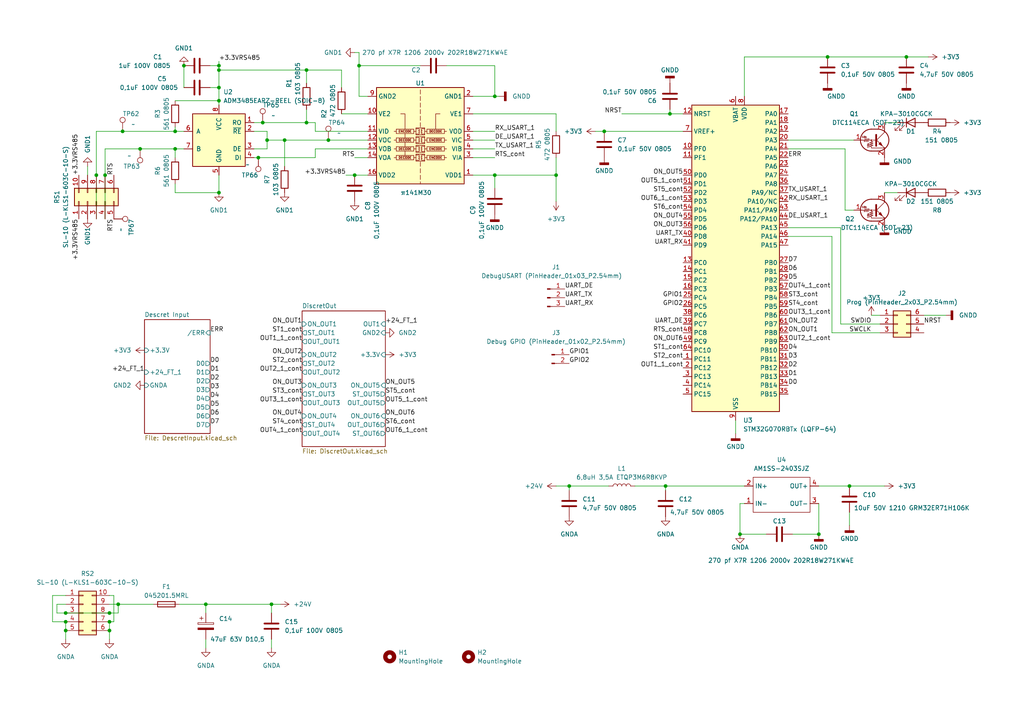
<source format=kicad_sch>
(kicad_sch (version 20230121) (generator eeschema)
  (paper "A4")
  (lib_symbols
    (symbol "Connector:Conn_01x02_Pin" (pin_names (offset 1.016) hide)
      (property "Reference" "J" (at 0 2.54 0))
      (property "Value" "Conn_01x02_Pin" (at 0 -5.08 0))
      (symbol "Conn_01x02_Pin_1_1"
        (pin passive line (at 5.08 0 180) (length 3.81) (name "Pin_1") (number "1"))
        (pin passive line (at 5.08 -2.54 180) (length 3.81) (name "Pin_2") (number "2"))
      )
    )
    (symbol "Connector:Conn_01x03_Pin" (pin_names (offset 1.016) hide)
      (property "Reference" "J" (at 0 5.08 0))
      (property "Value" "Conn_01x03_Pin" (at 0 -5.08 0))
      (symbol "Conn_01x03_Pin_1_1"
        (pin passive line (at 5.08 2.54 180) (length 3.81) (name "Pin_1") (number "1"))
        (pin passive line (at 5.08 0 180) (length 3.81) (name "Pin_2") (number "2"))
        (pin passive line (at 5.08 -2.54 180) (length 3.81) (name "Pin_3") (number "3"))
      )
    )
    (symbol "Connector:TestPoint" (pin_numbers hide) (pin_names (offset 0.762) hide)
      (property "Reference" "TP" (at 0 6.858 0))
      (property "Value" "TestPoint" (at 0 5.08 0))
      (symbol "TestPoint_1_1"
        (pin passive line (at 0 0 90) (length 2.54) (name "1") (number "1"))
      )
    )
    (symbol "Connector_Generic:Conn_02x03_Counter_Clockwise" (pin_names (offset 1.016) hide)
      (property "Reference" "J" (at 1.27 5.08 0))
      (property "Value" "Conn_02x03_Counter_Clockwise" (at 1.27 -5.08 0))
      (symbol "Conn_02x03_Counter_Clockwise_1_1"
        (pin passive line (at -5.08 2.54 0) (length 3.81) (name "Pin_1") (number "1"))
        (pin passive line (at -5.08 0 0) (length 3.81) (name "Pin_2") (number "2"))
        (pin passive line (at -5.08 -2.54 0) (length 3.81) (name "Pin_3") (number "3"))
        (pin passive line (at 7.62 -2.54 180) (length 3.81) (name "Pin_4") (number "4"))
        (pin passive line (at 7.62 0 180) (length 3.81) (name "Pin_5") (number "5"))
        (pin passive line (at 7.62 2.54 180) (length 3.81) (name "Pin_6") (number "6"))
      )
    )
    (symbol "Connector_Generic:Conn_02x05_Counter_Clockwise" (pin_names (offset 1.016) hide)
      (property "Reference" "J" (at 1.27 7.62 0))
      (property "Value" "Conn_02x05_Counter_Clockwise" (at 1.27 -7.62 0))
      (symbol "Conn_02x05_Counter_Clockwise_1_1"
        (pin passive line (at -5.08 5.08 0) (length 3.81) (name "Pin_1") (number "1"))
        (pin passive line (at 7.62 5.08 180) (length 3.81) (name "Pin_10") (number "10"))
        (pin passive line (at -5.08 2.54 0) (length 3.81) (name "Pin_2") (number "2"))
        (pin passive line (at -5.08 0 0) (length 3.81) (name "Pin_3") (number "3"))
        (pin passive line (at -5.08 -2.54 0) (length 3.81) (name "Pin_4") (number "4"))
        (pin passive line (at -5.08 -5.08 0) (length 3.81) (name "Pin_5") (number "5"))
        (pin passive line (at 7.62 -5.08 180) (length 3.81) (name "Pin_6") (number "6"))
        (pin passive line (at 7.62 -2.54 180) (length 3.81) (name "Pin_7") (number "7"))
        (pin passive line (at 7.62 0 180) (length 3.81) (name "Pin_8") (number "8"))
        (pin passive line (at 7.62 2.54 180) (length 3.81) (name "Pin_9") (number "9"))
      )
    )
    (symbol "Converter_DCDC:AM1SS-"
      (property "Reference" "U" (at -1.27 2.54 0))
      (property "Value" "AM1SS-" (at 0 0 0))
      (symbol "AM1SS-_1_1"
        (pin input line (at -8.89 -5.08 0) (length 2.56) (name "IN-") (number "1"))
        (pin input line (at -8.89 -10.16 0) (length 2.56) (name "IN+") (number "2"))
        (pin output line (at 12.7 -5.08 180) (length 2.56) (name "OUT-") (number "3"))
        (pin output line (at 12.7 -10.16 180) (length 2.56) (name "OUT+") (number "4"))
      )
    )
    (symbol "Device:C" (pin_numbers hide) (pin_names (offset 0.254))
      (property "Reference" "C" (at 0.635 2.54 0))
      (property "Value" "C" (at 0.635 -2.54 0))
      (symbol "C_1_1"
        (pin passive line (at 0 3.81 270) (length 2.794) (name "~") (number "1"))
        (pin passive line (at 0 -3.81 90) (length 2.794) (name "~") (number "2"))
      )
    )
    (symbol "Device:C_Polarized" (pin_numbers hide) (pin_names (offset 0.254))
      (property "Reference" "C" (at 0.635 2.54 0))
      (property "Value" "C_Polarized" (at 0.635 -2.54 0))
      (symbol "C_Polarized_1_1"
        (pin passive line (at 0 3.81 270) (length 2.794) (name "~") (number "1"))
        (pin passive line (at 0 -3.81 90) (length 2.794) (name "~") (number "2"))
      )
    )
    (symbol "Device:Fuse" (pin_numbers hide) (pin_names (offset 0))
      (property "Reference" "F" (at 2.032 0 90))
      (property "Value" "Fuse" (at -1.905 0 90))
      (symbol "Fuse_1_1"
        (pin passive line (at 0 3.81 270) (length 1.27) (name "~") (number "1"))
        (pin passive line (at 0 -3.81 90) (length 1.27) (name "~") (number "2"))
      )
    )
    (symbol "Device:L" (pin_numbers hide) (pin_names (offset 1.016) hide)
      (property "Reference" "L" (at -1.27 0 90))
      (property "Value" "L" (at 1.905 0 90))
      (symbol "L_1_1"
        (pin passive line (at 0 3.81 270) (length 1.27) (name "1") (number "1"))
        (pin passive line (at 0 -3.81 90) (length 1.27) (name "2") (number "2"))
      )
    )
    (symbol "Device:LED" (pin_numbers hide) (pin_names (offset 1.016) hide)
      (property "Reference" "D" (at 0 2.54 0))
      (property "Value" "LED" (at 0 -2.54 0))
      (symbol "LED_1_1"
        (pin passive line (at -3.81 0 0) (length 2.54) (name "K") (number "1"))
        (pin passive line (at 3.81 0 180) (length 2.54) (name "A") (number "2"))
      )
    )
    (symbol "Device:R" (pin_numbers hide) (pin_names (offset 0))
      (property "Reference" "R" (at 2.032 0 90))
      (property "Value" "R" (at 0 0 90))
      (symbol "R_1_1"
        (pin passive line (at 0 3.81 270) (length 1.27) (name "~") (number "1"))
        (pin passive line (at 0 -3.81 90) (length 1.27) (name "~") (number "2"))
      )
    )
    (symbol "Interface_UART:SP3485CN" (pin_names (offset 1.016))
      (property "Reference" "U" (at -7.62 8.89 0))
      (property "Value" "SP3485CN" (at 2.54 8.89 0))
      (symbol "SP3485CN_1_1"
        (pin output line (at -10.16 5.08 0) (length 2.54) (name "RO") (number "1"))
        (pin input line (at -10.16 2.54 0) (length 2.54) (name "~{RE}") (number "2"))
        (pin input line (at -10.16 -2.54 0) (length 2.54) (name "DE") (number "3"))
        (pin input line (at -10.16 -5.08 0) (length 2.54) (name "DI") (number "4"))
        (pin power_in line (at 0 -10.16 90) (length 2.54) (name "GND") (number "5"))
        (pin bidirectional line (at 10.16 2.54 180) (length 2.54) (name "A") (number "6"))
        (pin bidirectional line (at 10.16 -2.54 180) (length 2.54) (name "B") (number "7"))
        (pin power_in line (at 0 10.16 270) (length 2.54) (name "VCC") (number "8"))
      )
    )
    (symbol "Isolator:π141M3x"
      (property "Reference" "U" (at 0 19.05 0))
      (property "Value" "π141M3x" (at 0 16.51 0))
      (symbol "π141M3x_0_0"
        (text "DECODE" (at -4.445 0 0) (effects (font (size 0.635 0.635))))
        (text "DECODE" (at 4.445 2.54 0) (effects (font (size 0.635 0.635))))
        (text "DECODE" (at 4.445 5.08 0) (effects (font (size 0.635 0.635))))
        (text "DECODE" (at 4.445 7.62 0) (effects (font (size 0.635 0.635))))
        (text "ENCODE" (at -4.445 2.54 0) (effects (font (size 0.635 0.635))))
        (text "ENCODE" (at -4.445 5.08 0) (effects (font (size 0.635 0.635))))
        (text "ENCODE" (at -4.445 7.62 0) (effects (font (size 0.635 0.635))))
        (text "ENCODE" (at 4.445 0 0) (effects (font (size 0.635 0.635))))
      )
      (symbol "π141M3x_1_1"
        (pin power_in line (at -15.24 12.7 0) (length 2.54) (name "VDD1") (number "1"))
        (pin input line (at 15.24 -5.08 180) (length 2.54) (name "VE2") (number "10"))
        (pin input line (at 15.24 0 180) (length 2.54) (name "VID") (number "11"))
        (pin output line (at 15.24 2.54 180) (length 2.54) (name "VOC") (number "12"))
        (pin output line (at 15.24 5.08 180) (length 2.54) (name "VOB") (number "13"))
        (pin output line (at 15.24 7.62 180) (length 2.54) (name "VOA") (number "14"))
        (pin passive line (at 15.24 -10.16 180) (length 2.54) hide (name "GND2") (number "15"))
        (pin power_in line (at 15.24 12.7 180) (length 2.54) (name "VDD2") (number "16"))
        (pin power_in line (at -15.24 -10.16 0) (length 2.54) (name "GND1") (number "2"))
        (pin input line (at -15.24 7.62 0) (length 2.54) (name "VIA") (number "3"))
        (pin input line (at -15.24 5.08 0) (length 2.54) (name "VIB") (number "4"))
        (pin input line (at -15.24 2.54 0) (length 2.54) (name "VIC") (number "5"))
        (pin output line (at -15.24 0 0) (length 2.54) (name "VOD") (number "6"))
        (pin input line (at -15.24 -5.08 0) (length 2.54) (name "VE1") (number "7"))
        (pin passive line (at -15.24 -10.16 0) (length 2.54) hide (name "GND1") (number "8"))
        (pin power_in line (at 15.24 -10.16 180) (length 2.54) (name "GND2") (number "9"))
      )
    )
    (symbol "MCU_ST_STM32G0:STM32G070RBTx"
      (property "Reference" "U" (at -12.7 46.99 0))
      (property "Value" "STM32G070RBTx" (at 5.08 46.99 0))
      (symbol "STM32G070RBTx_1_1"
        (pin bidirectional line (at -15.24 -27.94 0) (length 2.54) (name "PC11") (number "1"))
        (pin bidirectional line (at -15.24 33.02 0) (length 2.54) (name "PF0") (number "10"))
        (pin bidirectional line (at -15.24 30.48 0) (length 2.54) (name "PF1") (number "11"))
        (pin input line (at -15.24 43.18 0) (length 2.54) (name "NRST") (number "12"))
        (pin bidirectional line (at -15.24 0 0) (length 2.54) (name "PC0") (number "13"))
        (pin bidirectional line (at -15.24 -2.54 0) (length 2.54) (name "PC1") (number "14"))
        (pin bidirectional line (at -15.24 -5.08 0) (length 2.54) (name "PC2") (number "15"))
        (pin bidirectional line (at -15.24 -7.62 0) (length 2.54) (name "PC3") (number "16"))
        (pin bidirectional line (at 15.24 43.18 180) (length 2.54) (name "PA0") (number "17"))
        (pin bidirectional line (at 15.24 40.64 180) (length 2.54) (name "PA1") (number "18"))
        (pin bidirectional line (at 15.24 38.1 180) (length 2.54) (name "PA2") (number "19"))
        (pin bidirectional line (at -15.24 -30.48 0) (length 2.54) (name "PC12") (number "2"))
        (pin bidirectional line (at 15.24 35.56 180) (length 2.54) (name "PA3") (number "20"))
        (pin bidirectional line (at 15.24 33.02 180) (length 2.54) (name "PA4") (number "21"))
        (pin bidirectional line (at 15.24 30.48 180) (length 2.54) (name "PA5") (number "22"))
        (pin bidirectional line (at 15.24 27.94 180) (length 2.54) (name "PA6") (number "23"))
        (pin bidirectional line (at 15.24 25.4 180) (length 2.54) (name "PA7") (number "24"))
        (pin bidirectional line (at -15.24 -10.16 0) (length 2.54) (name "PC4") (number "25"))
        (pin bidirectional line (at -15.24 -12.7 0) (length 2.54) (name "PC5") (number "26"))
        (pin bidirectional line (at 15.24 0 180) (length 2.54) (name "PB0") (number "27"))
        (pin bidirectional line (at 15.24 -2.54 180) (length 2.54) (name "PB1") (number "28"))
        (pin bidirectional line (at 15.24 -5.08 180) (length 2.54) (name "PB2") (number "29"))
        (pin bidirectional line (at -15.24 -33.02 0) (length 2.54) (name "PC13") (number "3"))
        (pin bidirectional line (at 15.24 -25.4 180) (length 2.54) (name "PB10") (number "30"))
        (pin bidirectional line (at 15.24 -27.94 180) (length 2.54) (name "PB11") (number "31"))
        (pin bidirectional line (at 15.24 -30.48 180) (length 2.54) (name "PB12") (number "32"))
        (pin bidirectional line (at 15.24 -33.02 180) (length 2.54) (name "PB13") (number "33"))
        (pin bidirectional line (at 15.24 -35.56 180) (length 2.54) (name "PB14") (number "34"))
        (pin bidirectional line (at 15.24 -38.1 180) (length 2.54) (name "PB15") (number "35"))
        (pin bidirectional line (at 15.24 22.86 180) (length 2.54) (name "PA8") (number "36"))
        (pin bidirectional line (at 15.24 20.32 180) (length 2.54) (name "PA9/NC") (number "37"))
        (pin bidirectional line (at -15.24 -15.24 0) (length 2.54) (name "PC6") (number "38"))
        (pin bidirectional line (at -15.24 -17.78 0) (length 2.54) (name "PC7") (number "39"))
        (pin bidirectional line (at -15.24 -35.56 0) (length 2.54) (name "PC14") (number "4"))
        (pin bidirectional line (at -15.24 7.62 0) (length 2.54) (name "PD8") (number "40"))
        (pin bidirectional line (at -15.24 5.08 0) (length 2.54) (name "PD9") (number "41"))
        (pin bidirectional line (at 15.24 17.78 180) (length 2.54) (name "PA10/NC") (number "42"))
        (pin bidirectional line (at 15.24 15.24 180) (length 2.54) (name "PA11/PA9") (number "43"))
        (pin bidirectional line (at 15.24 12.7 180) (length 2.54) (name "PA12/PA10") (number "44"))
        (pin bidirectional line (at 15.24 10.16 180) (length 2.54) (name "PA13") (number "45"))
        (pin bidirectional line (at 15.24 7.62 180) (length 2.54) (name "PA14") (number "46"))
        (pin bidirectional line (at 15.24 5.08 180) (length 2.54) (name "PA15") (number "47"))
        (pin bidirectional line (at -15.24 -20.32 0) (length 2.54) (name "PC8") (number "48"))
        (pin bidirectional line (at -15.24 -22.86 0) (length 2.54) (name "PC9") (number "49"))
        (pin bidirectional line (at -15.24 -38.1 0) (length 2.54) (name "PC15") (number "5"))
        (pin bidirectional line (at -15.24 25.4 0) (length 2.54) (name "PD0") (number "50"))
        (pin bidirectional line (at -15.24 22.86 0) (length 2.54) (name "PD1") (number "51"))
        (pin bidirectional line (at -15.24 20.32 0) (length 2.54) (name "PD2") (number "52"))
        (pin bidirectional line (at -15.24 17.78 0) (length 2.54) (name "PD3") (number "53"))
        (pin bidirectional line (at -15.24 15.24 0) (length 2.54) (name "PD4") (number "54"))
        (pin bidirectional line (at -15.24 12.7 0) (length 2.54) (name "PD5") (number "55"))
        (pin bidirectional line (at -15.24 10.16 0) (length 2.54) (name "PD6") (number "56"))
        (pin bidirectional line (at 15.24 -7.62 180) (length 2.54) (name "PB3") (number "57"))
        (pin bidirectional line (at 15.24 -10.16 180) (length 2.54) (name "PB4") (number "58"))
        (pin bidirectional line (at 15.24 -12.7 180) (length 2.54) (name "PB5") (number "59"))
        (pin power_in line (at 0 48.26 270) (length 2.54) (name "VBAT") (number "6"))
        (pin bidirectional line (at 15.24 -15.24 180) (length 2.54) (name "PB6") (number "60"))
        (pin bidirectional line (at 15.24 -17.78 180) (length 2.54) (name "PB7") (number "61"))
        (pin bidirectional line (at 15.24 -20.32 180) (length 2.54) (name "PB8") (number "62"))
        (pin bidirectional line (at 15.24 -22.86 180) (length 2.54) (name "PB9") (number "63"))
        (pin bidirectional line (at -15.24 -25.4 0) (length 2.54) (name "PC10") (number "64"))
        (pin input line (at -15.24 38.1 0) (length 2.54) (name "VREF+") (number "7"))
        (pin power_in line (at 2.54 48.26 270) (length 2.54) (name "VDD") (number "8"))
        (pin power_in line (at 0 -45.72 90) (length 2.54) (name "VSS") (number "9"))
      )
    )
    (symbol "Mechanical:MountingHole" (pin_names (offset 1.016))
      (property "Reference" "H" (at 0 5.08 0))
      (property "Value" "MountingHole" (at 0 3.175 0))
    )
    (symbol "PCM_4ms_Power-symbol:GNDA" (power) (pin_numbers hide) (pin_names (offset 0) hide)
      (property "Value" "GNDA" (at 0 -3.81 0))
      (symbol "GNDA_1_1"
        (pin power_in line (at 0 0 270) (length 0) hide (name "GNDA") (number "1"))
      )
    )
    (symbol "Transistor_BJT:DTC114E" (pin_names (offset 0) hide)
      (property "Reference" "Q" (at 5.08 1.905 0))
      (property "Value" "DTC114E" (at 5.08 0 0))
      (symbol "DTC114E_0_0"
        (text "10k" (at -3.302 0.889 0) (effects (font (size 0.508 0.508))))
        (text "10k" (at -2.159 -1.524 900) (effects (font (size 0.508 0.508))))
      )
      (symbol "DTC114E_1_1"
        (pin input line (at -6.35 0 0) (length 2.54) (name "B") (number "1"))
        (pin passive line (at 2.54 -5.08 90) (length 2.54) (name "E") (number "2"))
        (pin passive line (at 2.54 5.08 270) (length 2.54) (name "C") (number "3"))
      )
    )
    (symbol "power:+24V" (power) (pin_numbers hide) (pin_names (offset 0) hide)
      (property "Value" "+24V" (at 0 3.556 0))
      (symbol "+24V_1_1"
        (pin power_in line (at 0 0 90) (length 0) hide (name "+24V") (number "1"))
      )
    )
    (symbol "power:+3V3" (power) (pin_numbers hide) (pin_names (offset 0) hide)
      (property "Value" "+3V3" (at 0 3.556 0))
      (symbol "+3V3_1_1"
        (pin power_in line (at 0 0 90) (length 0) hide (name "+3V3") (number "1"))
      )
    )
    (symbol "power:GND1" (power) (pin_numbers hide) (pin_names (offset 0) hide)
      (property "Value" "GND1" (at 0 -3.81 0))
      (symbol "GND1_1_1"
        (pin power_in line (at 0 0 270) (length 0) hide (name "GND1") (number "1"))
      )
    )
    (symbol "power:GND2" (power) (pin_numbers hide) (pin_names (offset 0) hide)
      (property "Value" "GND2" (at 0 -3.81 0))
      (symbol "GND2_1_1"
        (pin power_in line (at 0 0 270) (length 0) hide (name "GND2") (number "1"))
      )
    )
    (symbol "power:GNDD" (power) (pin_numbers hide) (pin_names (offset 0) hide)
      (property "Value" "GNDD" (at 0 -3.175 0))
      (symbol "GNDD_1_1"
        (pin power_in line (at 0 0 270) (length 0) hide (name "GNDD") (number "1"))
      )
    )
  )
  (junction (at 19.05 182.88))
  (junction (at 240.03 16.51))
  (junction (at 27.94 50.8))
  (junction (at 262.89 16.51))
  (junction (at 31.75 177.8))
  (junction (at 193.04 140.97))
  (junction (at 19.05 177.8))
  (junction (at 63.5 19.05))
  (junction (at 88.9 20.32))
  (junction (at 237.49 154.94))
  (junction (at 175.26 38.1))
  (junction (at 78.74 175.26))
  (junction (at 161.29 50.8))
  (junction (at 143.51 27.94))
  (junction (at 102.87 50.8))
  (junction (at 165.1 140.97))
  (junction (at 63.5 25.4))
  (junction (at 50.8 38.1))
  (junction (at 31.75 180.34))
  (junction (at 88.9 35.56))
  (junction (at 143.51 50.8))
  (junction (at 59.69 175.26))
  (junction (at 214.63 154.94))
  (junction (at 63.5 20.32))
  (junction (at 63.5 55.88))
  (junction (at 19.05 180.34))
  (junction (at 95.25 40.64))
  (junction (at 76.2 35.56))
  (junction (at 31.75 182.88))
  (junction (at 30.48 50.8))
  (junction (at 82.55 40.64))
  (junction (at 74.93 45.72))
  (junction (at 35.56 38.1))
  (junction (at 34.29 175.26))
  (junction (at 63.5 29.21))
  (junction (at 40.64 43.18))
  (junction (at 53.34 19.05))
  (junction (at 50.8 43.18))
  (junction (at 104.14 19.05))
  (junction (at 246.38 140.97))
  (junction (at 194.31 33.02))
  (junction (at 77.47 40.64))
  (wire (pts (xy 237.49 146.05) (xy 237.49 154.94)))
  (wire (pts (xy 213.36 121.92) (xy 213.36 125.73)))
  (wire (pts (xy 31.75 180.34) (xy 31.75 182.88)))
  (wire (pts (xy 73.66 45.72) (xy 74.93 45.72)))
  (wire (pts (xy 60.96 19.05) (xy 63.5 19.05)))
  (wire (pts (xy 161.29 140.97) (xy 165.1 140.97)))
  (wire (pts (xy 137.16 50.8) (xy 143.51 50.8)))
  (wire (pts (xy 52.07 175.26) (xy 59.69 175.26)))
  (wire (pts (xy 214.63 146.05) (xy 214.63 154.94)))
  (wire (pts (xy 27.94 38.1) (xy 35.56 38.1)))
  (wire (pts (xy 99.06 25.4) (xy 99.06 20.32)))
  (wire (pts (xy 184.15 140.97) (xy 193.04 140.97)))
  (wire (pts (xy 241.3 68.58) (xy 228.6 68.58)))
  (wire (pts (xy 241.3 96.52) (xy 255.27 96.52)))
  (wire (pts (xy 60.96 25.4) (xy 63.5 25.4)))
  (wire (pts (xy 34.29 175.26) (xy 44.45 175.26)))
  (wire (pts (xy 19.05 182.88) (xy 19.05 185.42)))
  (wire (pts (xy 53.34 19.05) (xy 53.34 25.4)))
  (wire (pts (xy 19.05 180.34) (xy 19.05 182.88)))
  (wire (pts (xy 180.34 33.02) (xy 194.31 33.02)))
  (wire (pts (xy 63.5 50.8) (xy 63.5 55.88)))
  (wire (pts (xy 91.44 45.72) (xy 91.44 43.18)))
  (wire (pts (xy 50.8 38.1) (xy 53.34 38.1)))
  (wire (pts (xy 59.69 175.26) (xy 59.69 177.8)))
  (wire (pts (xy 27.94 38.1) (xy 27.94 50.8)))
  (wire (pts (xy 198.12 33.02) (xy 194.31 33.02)))
  (wire (pts (xy 50.8 45.72) (xy 50.8 43.18)))
  (wire (pts (xy 88.9 31.75) (xy 88.9 35.56)))
  (wire (pts (xy 104.14 19.05) (xy 121.92 19.05)))
  (wire (pts (xy 16.51 175.26) (xy 16.51 177.8)))
  (wire (pts (xy 35.56 38.1) (xy 50.8 38.1)))
  (wire (pts (xy 229.87 154.94) (xy 237.49 154.94)))
  (wire (pts (xy 50.8 36.83) (xy 50.8 38.1)))
  (wire (pts (xy 215.9 146.05) (xy 214.63 146.05)))
  (wire (pts (xy 228.6 40.64) (xy 247.65 40.64)))
  (wire (pts (xy 165.1 142.24) (xy 165.1 140.97)))
  (wire (pts (xy 246.38 140.97) (xy 256.54 140.97)))
  (wire (pts (xy 77.47 40.64) (xy 77.47 43.18)))
  (wire (pts (xy 63.5 17.78) (xy 63.5 19.05)))
  (wire (pts (xy 50.8 55.88) (xy 63.5 55.88)))
  (wire (pts (xy 40.64 43.18) (xy 50.8 43.18)))
  (wire (pts (xy 77.47 38.1) (xy 77.47 40.64)))
  (wire (pts (xy 88.9 20.32) (xy 99.06 20.32)))
  (wire (pts (xy 240.03 16.51) (xy 262.89 16.51)))
  (wire (pts (xy 194.31 33.02) (xy 194.31 31.75)))
  (wire (pts (xy 129.54 19.05) (xy 143.51 19.05)))
  (wire (pts (xy 50.8 43.18) (xy 53.34 43.18)))
  (wire (pts (xy 27.94 63.5) (xy 27.94 50.8)))
  (wire (pts (xy 241.3 96.52) (xy 241.3 68.58)))
  (wire (pts (xy 262.89 16.51) (xy 269.24 16.51)))
  (wire (pts (xy 172.72 38.1) (xy 175.26 38.1)))
  (wire (pts (xy 34.29 177.8) (xy 34.29 175.26)))
  (wire (pts (xy 256.54 55.88) (xy 260.35 55.88)))
  (wire (pts (xy 237.49 140.97) (xy 246.38 140.97)))
  (wire (pts (xy 243.84 66.04) (xy 228.6 66.04)))
  (wire (pts (xy 245.11 43.18) (xy 245.11 60.96)))
  (wire (pts (xy 267.97 91.44) (xy 274.32 91.44)))
  (wire (pts (xy 19.05 175.26) (xy 16.51 175.26)))
  (wire (pts (xy 73.66 38.1) (xy 77.47 38.1)))
  (wire (pts (xy 246.38 148.59) (xy 246.38 152.4)))
  (wire (pts (xy 31.75 182.88) (xy 31.75 185.42)))
  (wire (pts (xy 59.69 185.42) (xy 59.69 187.96)))
  (wire (pts (xy 193.04 142.24) (xy 193.04 140.97)))
  (wire (pts (xy 245.11 60.96) (xy 247.65 60.96)))
  (wire (pts (xy 19.05 172.72) (xy 15.24 172.72)))
  (wire (pts (xy 143.51 50.8) (xy 143.51 54.61)))
  (wire (pts (xy 143.51 27.94) (xy 144.78 27.94)))
  (wire (pts (xy 137.16 43.18) (xy 143.51 43.18)))
  (wire (pts (xy 77.47 40.64) (xy 82.55 40.64)))
  (wire (pts (xy 161.29 33.02) (xy 161.29 38.1)))
  (wire (pts (xy 161.29 45.72) (xy 161.29 50.8)))
  (wire (pts (xy 16.51 177.8) (xy 19.05 177.8)))
  (wire (pts (xy 31.75 177.8) (xy 34.29 177.8)))
  (wire (pts (xy 30.48 43.18) (xy 30.48 50.8)))
  (wire (pts (xy 99.06 33.02) (xy 106.68 33.02)))
  (wire (pts (xy 193.04 140.97) (xy 215.9 140.97)))
  (wire (pts (xy 50.8 29.21) (xy 63.5 29.21)))
  (wire (pts (xy 15.24 180.34) (xy 19.05 180.34)))
  (wire (pts (xy 77.47 43.18) (xy 73.66 43.18)))
  (wire (pts (xy 78.74 187.96) (xy 78.74 185.42)))
  (wire (pts (xy 252.73 91.44) (xy 255.27 91.44)))
  (wire (pts (xy 81.28 175.26) (xy 78.74 175.26)))
  (wire (pts (xy 102.87 15.24) (xy 104.14 15.24)))
  (wire (pts (xy 63.5 20.32) (xy 88.9 20.32)))
  (wire (pts (xy 63.5 20.32) (xy 63.5 25.4)))
  (wire (pts (xy 137.16 40.64) (xy 143.51 40.64)))
  (wire (pts (xy 76.2 35.56) (xy 73.66 35.56)))
  (wire (pts (xy 91.44 35.56) (xy 91.44 38.1)))
  (wire (pts (xy 102.87 50.8) (xy 106.68 50.8)))
  (wire (pts (xy 50.8 53.34) (xy 50.8 55.88)))
  (wire (pts (xy 137.16 38.1) (xy 143.51 38.1)))
  (wire (pts (xy 78.74 175.26) (xy 78.74 177.8)))
  (wire (pts (xy 74.93 45.72) (xy 91.44 45.72)))
  (wire (pts (xy 260.35 35.56) (xy 256.54 35.56)))
  (wire (pts (xy 243.84 93.98) (xy 255.27 93.98)))
  (wire (pts (xy 63.5 19.05) (xy 63.5 20.32)))
  (wire (pts (xy 88.9 35.56) (xy 76.2 35.56)))
  (wire (pts (xy 243.84 93.98) (xy 243.84 66.04)))
  (wire (pts (xy 137.16 33.02) (xy 161.29 33.02)))
  (wire (pts (xy 100.33 50.8) (xy 102.87 50.8)))
  (wire (pts (xy 215.9 16.51) (xy 215.9 27.94)))
  (wire (pts (xy 25.4 48.26) (xy 25.4 50.8)))
  (wire (pts (xy 59.69 175.26) (xy 78.74 175.26)))
  (wire (pts (xy 82.55 40.64) (xy 82.55 48.26)))
  (wire (pts (xy 63.5 29.21) (xy 63.5 30.48)))
  (wire (pts (xy 104.14 15.24) (xy 104.14 19.05)))
  (wire (pts (xy 137.16 27.94) (xy 143.51 27.94)))
  (wire (pts (xy 15.24 172.72) (xy 15.24 180.34)))
  (wire (pts (xy 102.87 45.72) (xy 106.68 45.72)))
  (wire (pts (xy 161.29 50.8) (xy 161.29 58.42)))
  (wire (pts (xy 104.14 27.94) (xy 106.68 27.94)))
  (wire (pts (xy 63.5 25.4) (xy 63.5 29.21)))
  (wire (pts (xy 31.75 172.72) (xy 33.02 172.72)))
  (wire (pts (xy 33.02 172.72) (xy 33.02 180.34)))
  (wire (pts (xy 214.63 154.94) (xy 222.25 154.94)))
  (wire (pts (xy 19.05 177.8) (xy 31.75 177.8)))
  (wire (pts (xy 228.6 43.18) (xy 245.11 43.18)))
  (wire (pts (xy 88.9 20.32) (xy 88.9 24.13)))
  (wire (pts (xy 143.51 50.8) (xy 161.29 50.8)))
  (wire (pts (xy 30.48 63.5) (xy 30.48 50.8)))
  (wire (pts (xy 30.48 43.18) (xy 40.64 43.18)))
  (wire (pts (xy 95.25 40.64) (xy 106.68 40.64)))
  (wire (pts (xy 91.44 35.56) (xy 88.9 35.56)))
  (wire (pts (xy 175.26 38.1) (xy 198.12 38.1)))
  (wire (pts (xy 137.16 45.72) (xy 143.51 45.72)))
  (wire (pts (xy 31.75 175.26) (xy 34.29 175.26)))
  (wire (pts (xy 91.44 38.1) (xy 106.68 38.1)))
  (wire (pts (xy 104.14 19.05) (xy 104.14 27.94)))
  (wire (pts (xy 33.02 180.34) (xy 31.75 180.34)))
  (wire (pts (xy 165.1 140.97) (xy 176.53 140.97)))
  (wire (pts (xy 143.51 19.05) (xy 143.51 27.94)))
  (wire (pts (xy 91.44 43.18) (xy 106.68 43.18)))
  (wire (pts (xy 215.9 16.51) (xy 240.03 16.51)))
  (wire (pts (xy 82.55 40.64) (xy 95.25 40.64)))
  (label "+3.3VRS485" (at 22.86 50.8 90))
  (label "D0" (at 60.96 105.41 0))
  (label "OUT2_1_cont" (at 228.6 99.06 0))
  (label "ST6_cont" (at 198.12 60.96 180))
  (label "NRST" (at 180.34 33.02 180))
  (label "D1" (at 228.6 109.22 0))
  (label "RTS_cont" (at 143.51 45.72 0))
  (label "RX_USART_1" (at 143.51 38.1 0))
  (label "ON_OUT6" (at 198.12 99.06 180))
  (label "D4" (at 228.6 101.6 0))
  (label "D4" (at 60.96 115.57 0))
  (label "ST2_cont" (at 87.63 105.41 180))
  (label "ON_OUT2" (at 87.63 102.87 180))
  (label "UART_TX" (at 198.12 68.58 180))
  (label "ON_OUT1" (at 228.6 96.52 0))
  (label "ON_OUT6" (at 111.76 120.65 0))
  (label "ON_OUT5" (at 111.76 111.76 0))
  (label "GPIO1" (at 198.12 86.36 180))
  (label "D3" (at 228.6 104.14 0))
  (label "ST4_cont" (at 228.6 88.9 0))
  (label "ST2_cont" (at 198.12 104.14 180))
  (label "OUT3_1_cont" (at 228.6 91.44 0))
  (label "GPIO2" (at 165.1 105.41 0))
  (label "TX_USART_1" (at 143.51 43.18 0))
  (label "ST3_cont" (at 87.63 114.3 180))
  (label "ON_OUT4" (at 198.12 63.5 180))
  (label "UART_RX" (at 198.12 71.12 180))
  (label "OUT1_1_cont" (at 198.12 106.68 180))
  (label "RTS_cont" (at 198.12 96.52 180))
  (label "DE_USART_1" (at 228.6 63.5 0))
  (label "RTS" (at 33.02 63.5 270))
  (label "RTS" (at 33.02 50.8 90))
  (label "D5" (at 228.6 81.28 0))
  (label "NRST" (at 267.97 93.98 0))
  (label "OUT6_1_cont" (at 111.76 125.73 0))
  (label "SWDIO" (at 252.73 93.98 180))
  (label "+24_FT_1" (at 41.91 107.95 180))
  (label "OUT3_1_cont" (at 87.63 116.84 180))
  (label "OUT6_1_cont" (at 198.12 58.42 180))
  (label "D2" (at 228.6 106.68 0))
  (label "UART_DE" (at 198.12 93.98 180))
  (label "ON_OUT3" (at 198.12 66.04 180))
  (label "OUT1_1_cont" (at 87.63 99.06 180))
  (label "D5" (at 60.96 118.11 0))
  (label "D1" (at 60.96 107.95 0))
  (label "+3.3VRS485" (at 100.33 50.8 180))
  (label "ERR" (at 60.96 96.52 0))
  (label "ST4_cont" (at 87.63 123.19 180))
  (label "OUT5_1_cont" (at 198.12 53.34 180))
  (label "ST5_cont" (at 111.76 114.3 0))
  (label "D6" (at 60.96 120.65 0))
  (label "ST6_cont" (at 111.76 123.19 0))
  (label "+24_FT_1" (at 111.76 93.98 0))
  (label "ST3_cont" (at 228.6 86.36 0))
  (label "ST5_cont" (at 198.12 55.88 180))
  (label "+3.3VRS485" (at 22.86 63.5 270))
  (label "ST1_cont" (at 198.12 101.6 180))
  (label "D3" (at 60.96 113.03 0))
  (label "ERR" (at 228.6 45.72 0))
  (label "ON_OUT2" (at 228.6 93.98 0))
  (label "ON_OUT4" (at 87.63 120.65 180))
  (label "GPIO2" (at 198.12 88.9 180))
  (label "ST1_cont" (at 87.63 96.52 180))
  (label "ON_OUT1" (at 87.63 93.98 180))
  (label "+3.3VRS485" (at 63.5 17.78 0))
  (label "UART_RX" (at 163.83 88.9 0))
  (label "D6" (at 228.6 78.74 0))
  (label "OUT5_1_cont" (at 111.76 116.84 0))
  (label "RTS" (at 102.87 45.72 180))
  (label "OUT4_1_cont" (at 228.6 83.82 0))
  (label "D0" (at 228.6 111.76 0))
  (label "ON_OUT3" (at 87.63 111.76 180))
  (label "D7" (at 228.6 76.2 0))
  (label "UART_TX" (at 163.83 86.36 0))
  (label "D2" (at 60.96 110.49 0))
  (label "DE_USART_1" (at 143.51 40.64 0))
  (label "SWCLK" (at 252.73 96.52 180))
  (label "TX_USART_1" (at 228.6 55.88 0))
  (label "OUT2_1_cont" (at 87.63 107.95 180))
  (label "UART_DE" (at 163.83 83.82 0))
  (label "OUT4_1_cont" (at 87.63 125.73 180))
  (label "D7" (at 60.96 123.19 0))
  (label "GPIO1" (at 165.1 102.87 0))
  (label "RX_USART_1" (at 228.6 58.42 0))
  (label "ON_OUT5" (at 198.12 50.8 180))
  (symbol (lib_id "power:GND1") (at 82.55 55.88 0) (unit 1)
    (property "Reference" "#PWR014" (effects hide))
    (property "Value" "GND1" (at 82.55 60.96 0))
  )
  (symbol (lib_id "Device:C") (at 226.06 154.94 90) (unit 1)
    (property "Reference" "C13" (at 226.06 151.13 90))
    (property "Value" " 270 pf X7R 1206 2000v 202R18W271KW4E" (at 226.06 162.56 90))
    (property "Footprint" "PCM_Capacitor_SMD_Handsoldering_AKL:C_1210_3225Metric_Pad1.42x2.65mm" (effects hide))
  )
  (symbol (lib_id "power:GNDD") (at 274.32 91.44 90) (unit 1)
    (property "Reference" "#PWR022" (effects hide))
    (property "Value" "GNDD" (at 278.13 91.44 90) (effects (justify right)))
  )
  (symbol (lib_id "Device:R") (at 50.8 33.02 180) (unit 1)
    (property "Reference" "R3" (at 45.72 33.02 90))
    (property "Value" "561 0805" (at 48.26 33.02 90))
    (property "Footprint" "PCM_4ms_Resistor:R_0805_2012Metric" (effects hide))
  )
  (symbol (lib_id "Device:C") (at 246.38 144.78 0) (unit 1)
    (property "Reference" "C10" (at 250.19 143.51 0) (effects (justify left)))
    (property "Value" "10uF 50V 1210 GRM32ER71H106K" (at 247.65 147.32 0) (effects (justify left)))
    (property "Footprint" "PCM_Capacitor_SMD_AKL:C_1210_3225Metric_Pad1.42x2.65mm_HandSolder" (effects hide))
  )
  (symbol (lib_id "Transistor_BJT:DTC114E") (at 254 60.96 0) (unit 1)
    (property "Reference" "Q2" (at 245.11 63.5 0) (effects (justify left)))
    (property "Value" "DTC114ECA (SOT-23)" (at 243.84 66.04 0) (effects (justify left)))
    (property "Footprint" "Package_TO_SOT_SMD:SOT-23" (effects hide))
  )
  (symbol (lib_id "Device:LED") (at 264.16 55.88 0) (unit 1)
    (property "Reference" "D2" (at 264.16 58.42 0))
    (property "Value" "KPA-3010CGCK" (at 264.16 53.34 0))
    (property "Footprint" "LED_SMD:LED_Kingbright_KPA-3010_3x2x1mm" (effects hide))
  )
  (symbol (lib_id "Mechanical:MountingHole") (at 113.03 190.5 0) (unit 1)
    (property "Reference" "H1" (at 115.57 189.23 0) (effects (justify left)))
    (property "Value" "MountingHole" (at 115.57 191.77 0) (effects (justify left)))
    (property "Footprint" "MountingHole:MountingHole_3.2mm_M3" (effects hide))
  )
  (symbol (lib_id "power:GND1") (at 25.4 48.26 180) (unit 1)
    (property "Reference" "#PWR011" (effects hide))
    (property "Value" "GND1" (at 25.4 44.45 90) (effects (justify right)))
  )
  (symbol (lib_id "power:+3V3") (at 256.54 140.97 270) (unit 1)
    (property "Reference" "#PWR029" (effects hide))
    (property "Value" "+3V3" (at 260.35 140.97 90) (effects (justify left)))
  )
  (symbol (lib_id "power:GNDD") (at 143.51 62.23 0) (unit 1)
    (property "Reference" "#PWR018" (effects hide))
    (property "Value" "GNDD" (at 143.51 66.04 0))
  )
  (symbol (lib_id "Connector:Conn_01x03_Pin") (at 158.75 86.36 0) (unit 1)
    (property "Reference" "J1" (at 161.29 77.47 0))
    (property "Value" "DebugUSART (PinHeader_01x03_P2.54mm)" (at 160.02 80.01 0))
    (property "Footprint" "Connector_PinHeader_2.54mm:PinHeader_1x03_P2.54mm_Vertical" (effects hide))
  )
  (symbol (lib_id "MCU_ST_STM32G0:STM32G070RBTx") (at 213.36 76.2 0) (unit 1)
    (property "Reference" "U3" (at 215.5541 121.92 0) (effects (justify left)))
    (property "Value" "STM32G070RBTx (LQFP-64)" (at 215.5541 124.46 0) (effects (justify left)))
    (property "Footprint" "Package_QFP:LQFP-64_10x10mm_P0.5mm" (effects hide))
    (property "Datasheet" "https://www.st.com/resource/en/datasheet/stm32g070rb.pdf" (effects hide))
  )
  (symbol (lib_id "power:GND1") (at 102.87 15.24 270) (unit 1)
    (property "Reference" "#PWR03" (effects hide))
    (property "Value" "GND1" (at 93.98 15.24 90) (effects (justify left)))
  )
  (symbol (lib_id "Device:R") (at 50.8 49.53 180) (unit 1)
    (property "Reference" "R6" (at 45.72 49.53 90))
    (property "Value" "561 0805" (at 48.26 49.53 90))
    (property "Footprint" "PCM_4ms_Resistor:R_0805_2012Metric" (effects hide))
  )
  (symbol (lib_id "power:+3V3") (at 252.73 91.44 0) (unit 1)
    (property "Reference" "#PWR021" (effects hide))
    (property "Value" "+3V3" (at 252.73 86.36 0))
  )
  (symbol (lib_id "Connector:TestPoint") (at 76.2 35.56 0) (unit 1)
    (property "Reference" "TP65" (at 76.2 30.48 0) (effects (justify left)))
    (property "Value" "~" (at 78.74 33.528 0) (effects (justify left)))
    (property "Footprint" "PCM_4ms_TestPoint:TestPoint_D1" (effects hide))
  )
  (symbol (lib_id "Device:R") (at 82.55 52.07 180) (unit 1)
    (property "Reference" "R7" (at 77.47 52.07 90))
    (property "Value" "103 0805" (at 80.01 52.07 90))
    (property "Footprint" "PCM_4ms_Resistor:R_0805_2012Metric" (effects hide))
  )
  (symbol (lib_id "power:+3V3") (at 275.59 35.56 270) (unit 1)
    (property "Reference" "#PWR09" (effects hide))
    (property "Value" "+3V3" (at 279.4 35.56 90) (effects (justify left)))
  )
  (symbol (lib_id "power:GND2") (at 41.91 111.76 270) (unit 1)
    (property "Reference" "#PWR026" (effects hide))
    (property "Value" "GND2" (at 38.1 111.76 90) (effects (justify right)))
  )
  (symbol (lib_id "Device:C") (at 165.1 146.05 0) (unit 1)
    (property "Reference" "C11" (at 168.91 144.78 0) (effects (justify left)))
    (property "Value" "4,7uF 50V 0805" (at 168.91 147.32 0) (effects (justify left)))
    (property "Footprint" "PCM_Capacitor_SMD_AKL:C_0805_2012Metric_Pad1.18x1.45mm_HandSolder" (effects hide))
  )
  (symbol (lib_id "power:GND1") (at 25.4 63.5 0) (unit 1)
    (property "Reference" "#PWR019" (effects hide))
    (property "Value" "GND1" (at 25.4 71.12 90) (effects (justify left)))
  )
  (symbol (lib_id "power:GNDD") (at 237.49 154.94 0) (unit 1)
    (property "Reference" "#PWR034" (effects hide))
    (property "Value" "GNDD" (at 237.49 158.75 0))
  )
  (symbol (lib_id "Interface_UART:SP3485CN") (at 63.5 40.64 0) (mirror y) (unit 1)
    (property "Reference" "U2" (at 64.77 26.67 0) (effects (justify right)))
    (property "Value" "ADM3485EARZ-REEL (SOIC-8)" (at 64.77 29.21 0) (effects (justify right)))
    (property "Footprint" "Package_SO:SOIC-8_3.9x4.9mm_P1.27mm" (effects hide))
    (property "Datasheet" "https://static.chipdip.ru/lib/154/DOC013154525.pdf" (effects hide))
  )
  (symbol (lib_id "Connector:TestPoint") (at 33.02 63.5 270) (unit 1)
    (property "Reference" "TP67" (at 38.1 63.5 0) (effects (justify left)))
    (property "Value" "~" (at 35.052 66.04 0) (effects (justify left)))
    (property "Footprint" "PCM_4ms_TestPoint:TestPoint_D1" (effects hide))
  )
  (symbol (lib_id "power:GNDD") (at 213.36 125.73 0) (unit 1)
    (property "Reference" "#PWR027" (effects hide))
    (property "Value" "GNDD" (at 213.36 129.54 0))
  )
  (symbol (lib_id "Transistor_BJT:DTC114E") (at 254 40.64 0) (unit 1)
    (property "Reference" "Q1" (at 246.38 33.02 0) (effects (justify left)))
    (property "Value" "DTC114ECA (SOT-23)" (at 241.3 35.56 0) (effects (justify left)))
    (property "Footprint" "Package_TO_SOT_SMD:SOT-23" (effects hide))
  )
  (symbol (lib_id "power:+24V") (at 81.28 175.26 270) (unit 1)
    (property "Reference" "#PWR035" (effects hide))
    (property "Value" "+24V" (at 85.09 175.26 90) (effects (justify left)))
  )
  (symbol (lib_id "Device:C") (at 57.15 19.05 90) (unit 1)
    (property "Reference" "C1" (at 45.72 16.51 90))
    (property "Value" "1uF 100V 0805" (at 41.91 19.05 90))
    (property "Footprint" "PCM_Capacitor_SMD_AKL:C_0805_2012Metric_Pad1.18x1.45mm_HandSolder" (effects hide))
  )
  (symbol (lib_id "Device:C") (at 194.31 27.94 180) (unit 1)
    (property "Reference" "C6" (at 190.5 29.21 0) (effects (justify left)))
    (property "Value" "0,1uF 50V 0805" (at 190.5 26.67 0) (effects (justify left)))
    (property "Footprint" "PCM_Resistor_SMD_AKL:R_0805_2012Metric_Pad1.20x1.40mm_HandSolder" (effects hide))
  )
  (symbol (lib_id "power:GND1") (at 53.34 19.05 180) (unit 1)
    (property "Reference" "#PWR02" (effects hide))
    (property "Value" "GND1" (at 53.34 13.97 0))
  )
  (symbol (lib_id "power:GNDD") (at 256.54 45.72 0) (unit 1)
    (property "Reference" "#PWR012" (effects hide))
    (property "Value" "GNDD" (at 259.08 46.7995 0) (effects (justify left)))
  )
  (symbol (lib_id "Device:C") (at 262.89 20.32 0) (unit 1)
    (property "Reference" "C4" (at 266.7 19.05 0) (effects (justify left)))
    (property "Value" "4,7uF 50V 0805" (at 266.7 21.59 0) (effects (justify left)))
    (property "Footprint" "PCM_Resistor_SMD_AKL:R_0805_2012Metric_Pad1.20x1.40mm_HandSolder" (effects hide))
  )
  (symbol (lib_id "power:GNDD") (at 262.89 24.13 0) (unit 1)
    (property "Reference" "#PWR06" (effects hide))
    (property "Value" "GNDD" (at 262.89 27.94 0))
  )
  (symbol (lib_id "power:+3V3") (at 172.72 38.1 90) (unit 1)
    (property "Reference" "#PWR08" (effects hide))
    (property "Value" "+3V3" (at 168.91 38.1 90) (effects (justify left)))
  )
  (symbol (lib_id "Connector:Conn_01x02_Pin") (at 160.02 102.87 0) (unit 1)
    (property "Reference" "J3" (at 161.29 96.52 0))
    (property "Value" "Debug GPIO (PinHeader_01x02_P2.54mm)" (at 161.29 99.06 0))
    (property "Footprint" "Connector_PinHeader_2.54mm:PinHeader_1x02_P2.54mm_Vertical" (effects hide))
  )
  (symbol (lib_id "power:GND1") (at 63.5 55.88 0) (unit 1)
    (property "Reference" "#PWR013" (effects hide))
    (property "Value" "GND1" (at 63.5 60.96 0))
  )
  (symbol (lib_id "Device:C") (at 143.51 58.42 180) (unit 1)
    (property "Reference" "C9" (at 137.16 60.96 90))
    (property "Value" "0,1uF 100V 0805" (at 139.7 60.96 90))
    (property "Footprint" "PCM_Capacitor_SMD_AKL:C_0805_2012Metric_Pad1.18x1.45mm_HandSolder" (effects hide))
  )
  (symbol (lib_id "Converter_DCDC:AM1SS-") (at 224.79 151.13 0) (mirror x) (unit 1)
    (property "Reference" "U4" (at 226.695 133.35 0))
    (property "Value" "AM1SS-2403SJZ" (at 226.695 135.89 0))
    (property "Footprint" "Converter_DCDC:Converter_DCDC_Murata_MEE1SxxxxSC_THT" (effects hide))
    (property "Datasheet" "https://www.aimtec.com/site/Aimtec/files/Datasheet/HighResolution/am1ss-jz.pdf" (effects hide))
  )
  (symbol (lib_id "Device:Fuse") (at 48.26 175.26 90) (unit 1)
    (property "Reference" "F1" (at 48.26 170.18 90))
    (property "Value" "045201.5MRL" (at 48.26 172.72 90))
    (property "Footprint" "PCM_Fuse_Handsoldering_AKL:Fuse_Littelfuse-NANO2-451_453" (effects hide))
  )
  (symbol (lib_id "power:GNDD") (at 194.31 24.13 180) (unit 1)
    (property "Reference" "#PWR04" (effects hide))
    (property "Value" "GNDD" (at 194.31 20.32 0))
  )
  (symbol (lib_id "Device:C") (at 78.74 181.61 0) (unit 1)
    (property "Reference" "C15" (at 82.55 180.34 0) (effects (justify left)))
    (property "Value" "0,1uF 100V 0805" (at 82.55 182.88 0) (effects (justify left)))
    (property "Footprint" "PCM_Capacitor_SMD_AKL:C_0805_2012Metric_Pad1.18x1.45mm_HandSolder" (effects hide))
  )
  (symbol (lib_id "Connector_Generic:Conn_02x05_Counter_Clockwise") (at 24.13 177.8 0) (unit 1)
    (property "Reference" "RS2" (at 25.4 166.37 0))
    (property "Value" "SL-10 (L-KLS1-603C-10-S)" (at 25.4 168.91 0))
    (property "Footprint" "Connector:Edge_Conn_KLS1-603-10" (effects hide))
  )
  (symbol (lib_id "PCM_4ms_Power-symbol:GNDA") (at 19.05 185.42 0) (unit 1)
    (property "Reference" "#PWR036" (effects hide))
    (property "Value" "GNDA" (at 19.05 190.5 0))
  )
  (symbol (lib_id "Connector_Generic:Conn_02x03_Counter_Clockwise") (at 260.35 93.98 0) (unit 1)
    (property "Reference" "J2" (at 261.62 85.09 0))
    (property "Value" "Prog (PinHeader_2x03_P2.54mm)" (at 261.62 87.63 0))
    (property "Footprint" "Connector_PinHeader_2.54mm:PinHeader_2x03_P2.54mm_Vertical" (effects hide))
  )
  (symbol (lib_id "PCM_4ms_Power-symbol:GNDA") (at 31.75 185.42 0) (unit 1)
    (property "Reference" "#PWR037" (effects hide))
    (property "Value" "GNDA" (at 31.75 190.5 0))
  )
  (symbol (lib_id "power:GNDD") (at 256.54 66.04 0) (unit 1)
    (property "Reference" "#PWR020" (effects hide))
    (property "Value" "GNDD" (at 259.08 67.1195 0) (effects (justify left)))
  )
  (symbol (lib_id "power:+3V3") (at 161.29 58.42 180) (unit 1)
    (property "Reference" "#PWR017" (effects hide))
    (property "Value" "+3V3" (at 161.29 63.5 0))
  )
  (symbol (lib_id "power:+24V") (at 161.29 140.97 90) (unit 1)
    (property "Reference" "#PWR028" (effects hide))
    (property "Value" "+24V" (at 157.48 140.97 90) (effects (justify left)))
  )
  (symbol (lib_id "Device:R") (at 161.29 41.91 180) (unit 1)
    (property "Reference" "R5" (at 156.21 41.91 90))
    (property "Value" "472 0805" (at 158.75 41.91 90))
    (property "Footprint" "PCM_4ms_Resistor:R_0805_2012Metric" (effects hide))
  )
  (symbol (lib_id "Device:C") (at 125.73 19.05 90) (unit 1)
    (property "Reference" "C2" (at 120.65 20.32 90))
    (property "Value" " 270 pf X7R 1206 2000v 202R18W271KW4E" (at 125.73 15.24 90))
    (property "Footprint" "PCM_Capacitor_SMD_Handsoldering_AKL:C_1210_3225Metric_Pad1.42x2.65mm" (effects hide))
  )
  (symbol (lib_id "power:+3V3") (at 41.91 101.6 90) (unit 1)
    (property "Reference" "#PWR024" (effects hide))
    (property "Value" "+3V3" (at 38.1 101.6 90) (effects (justify left)))
  )
  (symbol (lib_id "Device:R") (at 271.78 55.88 270) (unit 1)
    (property "Reference" "R8" (at 271.78 60.96 90))
    (property "Value" "151 0805" (at 271.78 58.42 90))
    (property "Footprint" "PCM_4ms_Resistor:R_0805_2012Metric" (effects hide))
  )
  (symbol (lib_id "Device:C") (at 175.26 41.91 0) (unit 1)
    (property "Reference" "C7" (at 179.07 40.64 0) (effects (justify left)))
    (property "Value" "0,1uF 50V 0805" (at 179.07 43.18 0) (effects (justify left)))
    (property "Footprint" "PCM_Resistor_SMD_AKL:R_0805_2012Metric_Pad1.20x1.40mm_HandSolder" (effects hide))
  )
  (symbol (lib_id "PCM_4ms_Power-symbol:GNDA") (at 78.74 187.96 0) (unit 1)
    (property "Reference" "#PWR039" (effects hide))
    (property "Value" "GNDA" (at 78.74 193.04 0))
  )
  (symbol (lib_id "Device:C") (at 193.04 146.05 0) (unit 1)
    (property "Reference" "C12" (at 196.85 144.78 0) (effects (justify left)))
    (property "Value" "4,7uF 50V 0805" (at 194.31 148.59 0) (effects (justify left)))
    (property "Footprint" "PCM_Capacitor_SMD_AKL:C_0805_2012Metric_Pad1.18x1.45mm_HandSolder" (effects hide))
  )
  (symbol (lib_id "power:GNDD") (at 175.26 45.72 0) (unit 1)
    (property "Reference" "#PWR010" (effects hide))
    (property "Value" "GNDD" (at 175.26 49.53 0))
  )
  (symbol (lib_id "Device:R") (at 88.9 27.94 180) (unit 1)
    (property "Reference" "R1" (at 83.82 24.13 90))
    (property "Value" "103 0805" (at 86.36 22.86 90))
    (property "Footprint" "PCM_4ms_Resistor:R_0805_2012Metric" (effects hide))
  )
  (symbol (lib_id "PCM_4ms_Power-symbol:GNDA") (at 165.1 149.86 0) (unit 1)
    (property "Reference" "#PWR030" (effects hide))
    (property "Value" "GNDA" (at 165.1 154.94 0))
  )
  (symbol (lib_id "Isolator:π141M3x") (at 121.92 38.1 180) (unit 1)
    (property "Reference" "U1" (at 121.92 24.13 0))
    (property "Value" "π141M30" (at 120.65 55.88 0))
    (property "Footprint" "Package_SO:SOIC-16_3.9x9.9mm_P1.27mm" (effects hide))
    (property "Datasheet" "https://wmsc.lcsc.com/wmsc/upload/file/pdf/v2/lcsc/2001082007_2Pai-Semi--141M30_C471604.pdf" (effects hide))
  )
  (symbol (lib_id "Device:C") (at 57.15 25.4 90) (unit 1)
    (property "Reference" "C5" (at 46.99 22.86 90))
    (property "Value" "0,1uF 100V 0805" (at 43.18 25.4 90))
    (property "Footprint" "PCM_Capacitor_SMD_AKL:C_0805_2012Metric_Pad1.18x1.45mm_HandSolder" (effects hide))
  )
  (symbol (lib_id "power:+3V3") (at 275.59 55.88 270) (unit 1)
    (property "Reference" "#PWR015" (effects hide))
    (property "Value" "+3V3" (at 279.4 55.88 90) (effects (justify left)))
  )
  (symbol (lib_id "power:GND2") (at 111.76 96.52 90) (unit 1)
    (property "Reference" "#PWR023" (effects hide))
    (property "Value" "GND2" (at 115.57 96.52 90) (effects (justify right)))
  )
  (symbol (lib_id "Connector:TestPoint") (at 95.25 40.64 0) (unit 1)
    (property "Reference" "TP64" (at 95.25 35.56 0) (effects (justify left)))
    (property "Value" "~" (at 97.79 38.608 0) (effects (justify left)))
    (property "Footprint" "PCM_4ms_TestPoint:TestPoint_D1" (effects hide))
  )
  (symbol (lib_id "Device:C_Polarized") (at 59.69 181.61 0) (unit 1)
    (property "Reference" "C14" (at 63.5 179.451 0) (effects (justify left)))
    (property "Value" "47uF 63V D10,5" (at 60.96 185.42 0) (effects (justify left)))
    (property "Footprint" "PCM_Capacitor_THT_AKL:CP_Radial_D6.3mm_P2.50mm" (effects hide))
  )
  (symbol (lib_id "Connector:TestPoint") (at 40.64 43.18 180) (unit 1)
    (property "Reference" "TP63" (at 40.64 48.26 0) (effects (justify left)))
    (property "Value" "~" (at 38.1 45.212 0) (effects (justify left)))
    (property "Footprint" "PCM_4ms_TestPoint:TestPoint_D1" (effects hide))
  )
  (symbol (lib_id "PCM_4ms_Power-symbol:GNDA") (at 59.69 187.96 0) (unit 1)
    (property "Reference" "#PWR038" (effects hide))
    (property "Value" "GNDA" (at 59.69 193.04 0))
  )
  (symbol (lib_id "power:GNDD") (at 240.03 24.13 0) (unit 1)
    (property "Reference" "#PWR05" (effects hide))
    (property "Value" "GNDD" (at 242.57 27.94 0))
  )
  (symbol (lib_id "Device:LED") (at 264.16 35.56 0) (unit 1)
    (property "Reference" "D1" (at 264.16 38.1 0))
    (property "Value" "KPA-3010CGCK" (at 262.89 33.02 0))
    (property "Footprint" "LED_SMD:LED_Kingbright_KPA-3010_3x2x1mm" (effects hide))
  )
  (symbol (lib_id "power:+3V3") (at 269.24 16.51 270) (unit 1)
    (property "Reference" "#PWR01" (effects hide))
    (property "Value" "+3V3" (at 273.05 16.51 90) (effects (justify left)))
  )
  (symbol (lib_id "PCM_4ms_Power-symbol:GNDA") (at 193.04 149.86 0) (unit 1)
    (property "Reference" "#PWR031" (effects hide))
    (property "Value" "GNDA" (at 193.04 154.94 0))
  )
  (symbol (lib_id "Connector_Generic:Conn_02x05_Counter_Clockwise") (at 27.94 58.42 90) (unit 1)
    (property "Reference" "RS1" (at 16.51 57.15 0))
    (property "Value" "SL-10 (L-KLS1-603C-10-S)" (at 19.05 57.15 0))
    (property "Footprint" "Connector:Edge_Conn_KLS1-603-10" (effects hide))
  )
  (symbol (lib_id "PCM_4ms_Power-symbol:GNDA") (at 214.63 154.94 0) (unit 1)
    (property "Reference" "#PWR033" (effects hide))
    (property "Value" "GNDA" (at 214.63 158.75 0))
  )
  (symbol (lib_id "Connector:TestPoint") (at 35.56 38.1 0) (unit 1)
    (property "Reference" "TP62" (at 35.56 33.02 0) (effects (justify left)))
    (property "Value" "~" (at 38.1 36.068 0) (effects (justify left)))
    (property "Footprint" "PCM_4ms_TestPoint:TestPoint_D1" (effects hide))
  )
  (symbol (lib_id "power:GND1") (at 102.87 58.42 0) (unit 1)
    (property "Reference" "#PWR016" (effects hide))
    (property "Value" "GND1" (at 102.87 63.5 0))
  )
  (symbol (lib_id "power:+3V3") (at 111.76 102.87 270) (unit 1)
    (property "Reference" "#PWR025" (effects hide))
    (property "Value" "+3V3" (at 115.57 102.87 90) (effects (justify left)))
  )
  (symbol (lib_id "Mechanical:MountingHole") (at 135.89 190.5 0) (unit 1)
    (property "Reference" "H2" (at 138.43 189.23 0) (effects (justify left)))
    (property "Value" "MountingHole" (at 138.43 191.77 0) (effects (justify left)))
    (property "Footprint" "MountingHole:MountingHole_3.2mm_M3" (effects hide))
  )
  (symbol (lib_id "Device:L") (at 180.34 140.97 90) (unit 1)
    (property "Reference" "L1" (at 180.34 135.89 90))
    (property "Value" "6,8uH 3,5A ETQP3M6R8KVP" (at 180.34 138.43 90))
    (property "Footprint" "PCM_Inductor_SMD_Handsoldering_AKL:L_Bourns-SRN6028" (effects hide))
  )
  (symbol (lib_id "power:GNDD") (at 144.78 27.94 90) (unit 1)
    (property "Reference" "#PWR07" (effects hide))
    (property "Value" "GNDD" (at 148.5868 27.94 90) (effects (justify right)))
  )
  (symbol (lib_id "Device:C") (at 240.03 20.32 0) (unit 1)
    (property "Reference" "C3" (at 243.84 19.05 0) (effects (justify left)))
    (property "Value" "0,1uF 50V 0805" (at 243.84 21.59 0) (effects (justify left)))
    (property "Footprint" "PCM_Resistor_SMD_AKL:R_0805_2012Metric_Pad1.20x1.40mm_HandSolder" (effects hide))
  )
  (symbol (lib_id "Device:R") (at 271.78 35.56 90) (unit 1)
    (property "Reference" "R4" (at 271.78 38.1 90))
    (property "Value" "151 0805" (at 273.05 40.64 90))
    (property "Footprint" "PCM_4ms_Resistor:R_0805_2012Metric" (effects hide))
  )
  (symbol (lib_id "Connector:TestPoint") (at 74.93 45.72 180) (unit 1)
    (property "Reference" "TP66" (at 74.93 50.8 0) (effects (justify left)))
    (property "Value" "~" (at 72.39 47.752 0) (effects (justify left)))
    (property "Footprint" "PCM_4ms_TestPoint:TestPoint_D1" (effects hide))
  )
  (symbol (lib_id "Device:C") (at 102.87 54.61 180) (unit 1)
    (property "Reference" "C8" (at 106.68 59.69 90))
    (property "Value" "0,1uF 100V 0805" (at 109.22 60.96 90))
    (property "Footprint" "PCM_Capacitor_SMD_AKL:C_0805_2012Metric_Pad1.18x1.45mm_HandSolder" (effects hide))
  )
  (symbol (lib_id "Device:R") (at 99.06 29.21 180) (unit 1)
    (property "Reference" "R2" (at 93.98 33.02 90))
    (property "Value" "472 0805" (at 96.52 29.21 90))
    (property "Footprint" "PCM_4ms_Resistor:R_0805_2012Metric" (effects hide))
  )
  (symbol (lib_id "power:GNDD") (at 246.38 152.4 0) (unit 1)
    (property "Reference" "#PWR032" (effects hide))
    (property "Value" "GNDD" (at 246.38 156.21 0))
  )
  (sheet (at 87.63 90.17) (size 24.13 39.37) (stroke (width 0.1524))
    (property "Sheetname" "DiscretOut" (at 87.63 89.4584 0) (effects (justify left bottom)))
    (property "Sheetfile" "DiscretOut.kicad_sch" (at 87.63 130.1246 0) (effects (justify left top)))
    (pin "ON_OUT3" input (at 87.63 111.76 180))
    (pin "ON_OUT6" input (at 111.76 120.65 0))
    (pin "ON_OUT4" input (at 87.63 120.65 180))
    (pin "ON_OUT2" input (at 87.63 102.87 180))
    (pin "ON_OUT5" input (at 111.76 111.76 0))
    (pin "ON_OUT1" input (at 87.63 93.98 180))
    (pin "OUT1" input (at 111.76 93.98 0))
    (pin "GND2" input (at 111.76 96.52 0))
    (pin "OUT_OUT6" output (at 111.76 123.19 0))
    (pin "ST_OUT6" output (at 111.76 125.73 0))
    (pin "OUT_OUT5" output (at 111.76 116.84 0))
    (pin "ST_OUT5" output (at 111.76 114.3 0))
    (pin "OUT_OUT1" output (at 87.63 99.06 180))
    (pin "ST_OUT2" output (at 87.63 105.41 180))
    (pin "ST_OUT1" output (at 87.63 96.52 180))
    (pin "+3.3V" input (at 111.76 102.87 0))
    (pin "ST_OUT3" output (at 87.63 114.3 180))
    (pin "OUT_OUT3" output (at 87.63 116.84 180))
    (pin "OUT_OUT2" output (at 87.63 107.95 180))
    (pin "ST_OUT4" output (at 87.63 123.19 180))
    (pin "OUT_OUT4" output (at 87.63 125.73 180))
  )
  (sheet (at 41.91 92.71) (size 19.05 33.02) (stroke (width 0.1524))
    (property "Sheetname" "Descret Input" (at 41.91 91.9984 0) (effects (justify left bottom)))
    (property "Sheetfile" "DescretInput.kicad_sch" (at 41.91 126.3146 0) (effects (justify left top)))
    (pin "+24_FT_1" input (at 41.91 107.95 180))
    (pin "GNDA" input (at 41.91 111.76 180))
    (pin "{slash}ERR" input (at 60.96 96.52 0))
    (pin "+3.3V" input (at 41.91 101.6 180))
    (pin "D4" output (at 60.96 115.57 0))
    (pin "D5" output (at 60.96 118.11 0))
    (pin "D6" output (at 60.96 120.65 0))
    (pin "D7" output (at 60.96 123.19 0))
    (pin "D0" output (at 60.96 105.41 0))
    (pin "D1" output (at 60.96 107.95 0))
    (pin "D2" output (at 60.96 110.49 0))
    (pin "D3" output (at 60.96 113.03 0))
  )
)
</source>
